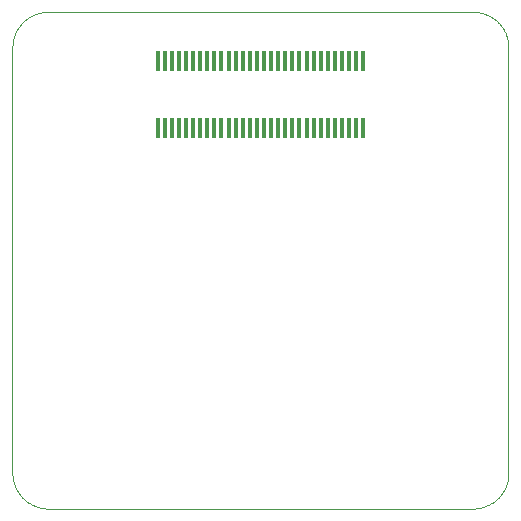
<source format=gbp>
G75*
%MOIN*%
%OFA0B0*%
%FSLAX25Y25*%
%IPPOS*%
%LPD*%
%AMOC8*
5,1,8,0,0,1.08239X$1,22.5*
%
%ADD10C,0.00000*%
%ADD11R,0.01378X0.06693*%
D10*
X0012831Y0001000D02*
X0154563Y0001000D01*
X0154563Y0000999D02*
X0154851Y0001005D01*
X0155139Y0001018D01*
X0155426Y0001038D01*
X0155712Y0001065D01*
X0155998Y0001098D01*
X0156283Y0001139D01*
X0156567Y0001186D01*
X0156850Y0001240D01*
X0157131Y0001301D01*
X0157411Y0001369D01*
X0157689Y0001444D01*
X0157965Y0001525D01*
X0158239Y0001613D01*
X0158511Y0001707D01*
X0158780Y0001808D01*
X0159047Y0001916D01*
X0159312Y0002030D01*
X0159573Y0002150D01*
X0159831Y0002277D01*
X0160087Y0002409D01*
X0160339Y0002548D01*
X0160588Y0002693D01*
X0160833Y0002844D01*
X0161074Y0003001D01*
X0161311Y0003164D01*
X0161545Y0003332D01*
X0161774Y0003506D01*
X0161999Y0003685D01*
X0162220Y0003870D01*
X0162436Y0004060D01*
X0162648Y0004255D01*
X0162854Y0004455D01*
X0163056Y0004660D01*
X0163253Y0004870D01*
X0163445Y0005085D01*
X0163631Y0005304D01*
X0163812Y0005528D01*
X0163988Y0005756D01*
X0164158Y0005988D01*
X0164322Y0006225D01*
X0164481Y0006465D01*
X0164634Y0006709D01*
X0164781Y0006956D01*
X0164921Y0007207D01*
X0165056Y0007461D01*
X0165185Y0007719D01*
X0165307Y0007980D01*
X0165423Y0008243D01*
X0165532Y0008509D01*
X0165636Y0008778D01*
X0165732Y0009049D01*
X0165822Y0009322D01*
X0165905Y0009598D01*
X0165982Y0009875D01*
X0166052Y0010154D01*
X0166115Y0010435D01*
X0166172Y0010717D01*
X0166221Y0011001D01*
X0166264Y0011286D01*
X0166300Y0011571D01*
X0166328Y0011858D01*
X0166350Y0012144D01*
X0166365Y0012432D01*
X0166373Y0012720D01*
X0166375Y0013007D01*
X0166374Y0013008D02*
X0166374Y0154740D01*
X0166371Y0155025D01*
X0166360Y0155311D01*
X0166343Y0155596D01*
X0166319Y0155880D01*
X0166288Y0156164D01*
X0166250Y0156447D01*
X0166205Y0156728D01*
X0166154Y0157009D01*
X0166096Y0157289D01*
X0166031Y0157567D01*
X0165959Y0157843D01*
X0165881Y0158117D01*
X0165796Y0158390D01*
X0165704Y0158660D01*
X0165606Y0158928D01*
X0165502Y0159194D01*
X0165391Y0159457D01*
X0165274Y0159717D01*
X0165151Y0159975D01*
X0165021Y0160229D01*
X0164885Y0160480D01*
X0164744Y0160728D01*
X0164596Y0160972D01*
X0164443Y0161213D01*
X0164283Y0161449D01*
X0164118Y0161682D01*
X0163948Y0161911D01*
X0163772Y0162136D01*
X0163590Y0162356D01*
X0163404Y0162572D01*
X0163212Y0162783D01*
X0163015Y0162990D01*
X0162813Y0163192D01*
X0162606Y0163389D01*
X0162395Y0163581D01*
X0162179Y0163767D01*
X0161959Y0163949D01*
X0161734Y0164125D01*
X0161505Y0164295D01*
X0161272Y0164460D01*
X0161036Y0164620D01*
X0160795Y0164773D01*
X0160551Y0164921D01*
X0160303Y0165062D01*
X0160052Y0165198D01*
X0159798Y0165328D01*
X0159540Y0165451D01*
X0159280Y0165568D01*
X0159017Y0165679D01*
X0158751Y0165783D01*
X0158483Y0165881D01*
X0158213Y0165973D01*
X0157940Y0166058D01*
X0157666Y0166136D01*
X0157390Y0166208D01*
X0157112Y0166273D01*
X0156832Y0166331D01*
X0156551Y0166382D01*
X0156270Y0166427D01*
X0155987Y0166465D01*
X0155703Y0166496D01*
X0155419Y0166520D01*
X0155134Y0166537D01*
X0154848Y0166548D01*
X0154563Y0166551D01*
X0012831Y0166551D01*
X0012546Y0166548D01*
X0012260Y0166537D01*
X0011975Y0166520D01*
X0011691Y0166496D01*
X0011407Y0166465D01*
X0011124Y0166427D01*
X0010843Y0166382D01*
X0010562Y0166331D01*
X0010282Y0166273D01*
X0010004Y0166208D01*
X0009728Y0166136D01*
X0009454Y0166058D01*
X0009181Y0165973D01*
X0008911Y0165881D01*
X0008643Y0165783D01*
X0008377Y0165679D01*
X0008114Y0165568D01*
X0007854Y0165451D01*
X0007596Y0165328D01*
X0007342Y0165198D01*
X0007091Y0165062D01*
X0006843Y0164921D01*
X0006599Y0164773D01*
X0006358Y0164620D01*
X0006122Y0164460D01*
X0005889Y0164295D01*
X0005660Y0164125D01*
X0005435Y0163949D01*
X0005215Y0163767D01*
X0004999Y0163581D01*
X0004788Y0163389D01*
X0004581Y0163192D01*
X0004379Y0162990D01*
X0004182Y0162783D01*
X0003990Y0162572D01*
X0003804Y0162356D01*
X0003622Y0162136D01*
X0003446Y0161911D01*
X0003276Y0161682D01*
X0003111Y0161449D01*
X0002951Y0161213D01*
X0002798Y0160972D01*
X0002650Y0160728D01*
X0002509Y0160480D01*
X0002373Y0160229D01*
X0002243Y0159975D01*
X0002120Y0159717D01*
X0002003Y0159457D01*
X0001892Y0159194D01*
X0001788Y0158928D01*
X0001690Y0158660D01*
X0001598Y0158390D01*
X0001513Y0158117D01*
X0001435Y0157843D01*
X0001363Y0157567D01*
X0001298Y0157289D01*
X0001240Y0157009D01*
X0001189Y0156728D01*
X0001144Y0156447D01*
X0001106Y0156164D01*
X0001075Y0155880D01*
X0001051Y0155596D01*
X0001034Y0155311D01*
X0001023Y0155025D01*
X0001020Y0154740D01*
X0001020Y0013008D01*
X0001019Y0013007D02*
X0001021Y0012720D01*
X0001029Y0012432D01*
X0001044Y0012144D01*
X0001066Y0011858D01*
X0001094Y0011571D01*
X0001130Y0011286D01*
X0001173Y0011001D01*
X0001222Y0010717D01*
X0001279Y0010435D01*
X0001342Y0010154D01*
X0001412Y0009875D01*
X0001489Y0009598D01*
X0001572Y0009322D01*
X0001662Y0009049D01*
X0001758Y0008778D01*
X0001862Y0008509D01*
X0001971Y0008243D01*
X0002087Y0007980D01*
X0002209Y0007719D01*
X0002338Y0007461D01*
X0002473Y0007207D01*
X0002613Y0006956D01*
X0002760Y0006709D01*
X0002913Y0006465D01*
X0003072Y0006225D01*
X0003236Y0005988D01*
X0003406Y0005756D01*
X0003582Y0005528D01*
X0003763Y0005304D01*
X0003949Y0005085D01*
X0004141Y0004870D01*
X0004338Y0004660D01*
X0004540Y0004455D01*
X0004746Y0004255D01*
X0004958Y0004060D01*
X0005174Y0003870D01*
X0005395Y0003685D01*
X0005620Y0003506D01*
X0005849Y0003332D01*
X0006083Y0003164D01*
X0006320Y0003001D01*
X0006561Y0002844D01*
X0006806Y0002693D01*
X0007055Y0002548D01*
X0007307Y0002409D01*
X0007563Y0002277D01*
X0007821Y0002150D01*
X0008082Y0002030D01*
X0008347Y0001916D01*
X0008614Y0001808D01*
X0008883Y0001707D01*
X0009155Y0001613D01*
X0009429Y0001525D01*
X0009705Y0001444D01*
X0009983Y0001369D01*
X0010263Y0001301D01*
X0010544Y0001240D01*
X0010827Y0001186D01*
X0011111Y0001139D01*
X0011396Y0001098D01*
X0011682Y0001065D01*
X0011968Y0001038D01*
X0012255Y0001018D01*
X0012543Y0001005D01*
X0012831Y0000999D01*
D11*
X0049445Y0127772D03*
X0051807Y0127772D03*
X0054169Y0127772D03*
X0056531Y0127772D03*
X0058894Y0127772D03*
X0061256Y0127772D03*
X0063618Y0127772D03*
X0065980Y0127772D03*
X0068343Y0127772D03*
X0070705Y0127772D03*
X0073067Y0127772D03*
X0075429Y0127772D03*
X0077791Y0127772D03*
X0080154Y0127772D03*
X0082516Y0127772D03*
X0084878Y0127772D03*
X0087240Y0127772D03*
X0089602Y0127772D03*
X0091965Y0127772D03*
X0094327Y0127772D03*
X0096689Y0127772D03*
X0099051Y0127772D03*
X0101413Y0127772D03*
X0103776Y0127772D03*
X0106138Y0127772D03*
X0108500Y0127772D03*
X0110862Y0127772D03*
X0113224Y0127772D03*
X0115587Y0127772D03*
X0117949Y0127772D03*
X0117949Y0150213D03*
X0115587Y0150213D03*
X0113224Y0150213D03*
X0110862Y0150213D03*
X0108500Y0150213D03*
X0106138Y0150213D03*
X0103776Y0150213D03*
X0101413Y0150213D03*
X0099051Y0150213D03*
X0096689Y0150213D03*
X0094327Y0150213D03*
X0091965Y0150213D03*
X0089602Y0150213D03*
X0087240Y0150213D03*
X0084878Y0150213D03*
X0082516Y0150213D03*
X0080154Y0150213D03*
X0077791Y0150213D03*
X0075429Y0150213D03*
X0073067Y0150213D03*
X0070705Y0150213D03*
X0068343Y0150213D03*
X0065980Y0150213D03*
X0063618Y0150213D03*
X0061256Y0150213D03*
X0058894Y0150213D03*
X0056531Y0150213D03*
X0054169Y0150213D03*
X0051807Y0150213D03*
X0049445Y0150213D03*
M02*

</source>
